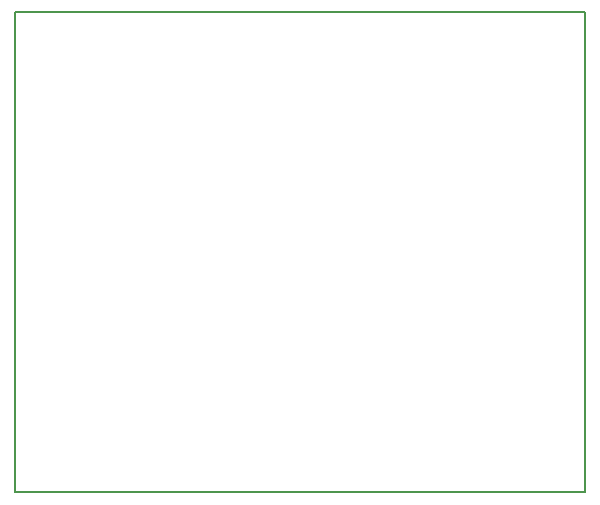
<source format=gko>
%FSLAX25Y25*%
%MOIN*%
G04 EasyPC Gerber Version 18.0.8 Build 3632 *
%ADD10C,0.00500*%
X0Y0D02*
D02*
D10*
X250Y45750D02*
X190250D01*
Y205750*
X250*
Y45750*
X0Y0D02*
M02*

</source>
